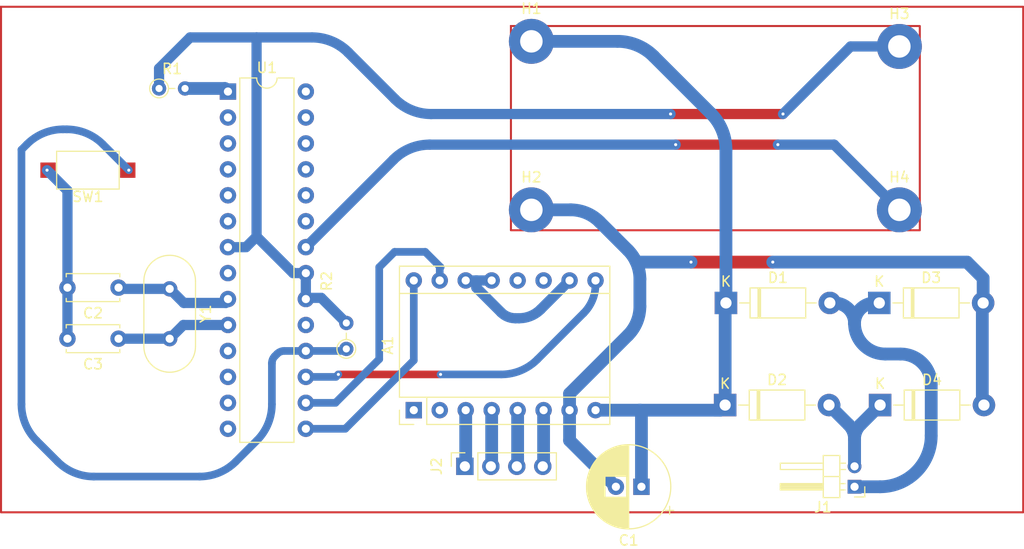
<source format=kicad_pcb>
(kicad_pcb (version 20240108) (generator "pcbnew") (generator_version "8.0")
  (layers (0 "F.Cu" signal) (31 "B.Cu" signal) (34 "B.Paste" user) (35 "F.Paste" user) (36 "B.SilkS" user "B.Silkscreen") (37 "F.SilkS" user "F.Silkscreen") (38 "B.Mask" user) (39 "F.Mask" user) (44 "Edge.Cuts" user))
  (net 0 "")
  (net 1 "VCC")
  (net 2 "/RESET")
  (net 3 "/BOTON")
  (net 9 "GND")
  (net 11 "/CRISTAL 1")
  (net 15 "/DIR")
  (net 17 "/ENABLE")
  (net 21 "/CRISTAL 2")
  (net 25 "/STEP")
  (net 26 "VCC_MOT")
  (net 30 "GND_MOT")
  (net 31 "AC_MOT")
  (net 32 "ACn_MOT")
  (net 33 "/MotA1")
  (net 34 "/MotA2")
  (net 35 "/MotB2")
  (net 36 "/MotB1")
  (footprint "Button_Switch_SMD:SW_SPST_CK_RS282G05A3" (layer "F.Cu") (at 109.5 112 180)
    (property "Reference" "SW1" (at 0 -2.6 360) (layer "F.SilkS"))
    (property "Value" "SW_Push")
    (fp_line (start 3.06 1.85) (end -3.06 1.85) (stroke (width 0.12)) (layer "F.SilkS"))
    (fp_line (start 3.06 -1.85) (end 3.06 1.85) (stroke (width 0.12)) (layer "F.SilkS"))
    (fp_line (start -3.06 1.85) (end -3.06 -1.85) (stroke (width 0.12)) (layer "F.SilkS"))
    (fp_line (start -3.06 -1.85) (end 3.06 -1.85) (stroke (width 0.12)) (layer "F.SilkS"))
    (pad "1" smd rect (at -3.9 0 180) (size 1.5 1.5) (layers "F.Cu" "F.Paste" "F.Mask") (net 3 "/BOTON"))
    (pad "2" smd rect (at 3.9 0 180) (size 1.5 1.5) (layers "F.Cu" "F.Paste" "F.Mask") (net 9 "GND"))
  )
  (footprint "Capacitor_THT:C_Disc_D5.0mm_W2.5mm_P5.00mm" (layer "F.Cu") (at 112.5 128.5 180)
    (property "Reference" "C3" (at 2.5 -2.5 360) (layer "F.SilkS"))
    (property "Value" "22pF")
    (fp_line (start 5.12 1.055) (end 5.12 1.37) (stroke (width 0.12)) (layer "F.SilkS"))
    (fp_line (start 5.12 -1.37) (end 5.12 -1.055) (stroke (width 0.12)) (layer "F.SilkS"))
    (fp_line (start -0.12 1.37) (end 5.12 1.37) (stroke (width 0.12)) (layer "F.SilkS"))
    (fp_line (start -0.12 1.055) (end -0.12 1.37) (stroke (width 0.12)) (layer "F.SilkS"))
    (fp_line (start -0.12 -1.37) (end 5.12 -1.37) (stroke (width 0.12)) (layer "F.SilkS"))
    (fp_line (start -0.12 -1.37) (end -0.12 -1.055) (stroke (width 0.12)) (layer "F.SilkS"))
    (pad "1" thru_hole circle (at 0 0 180) (size 1.6 1.6) (drill 0.8) (layers "*.Cu" "*.Mask") (net 21 "/CRISTAL 2"))
    (pad "2" thru_hole circle (at 5 0 180) (size 1.6 1.6) (drill 0.8) (layers "*.Cu" "*.Mask") (net 9 "GND"))
  )
  (footprint "Crystal:Crystal_HC49-4H_Vertical" (layer "F.Cu") (at 117.5 123.62 -90)
    (property "Reference" "Y1" (at 2.44 -3.525 90) (layer "F.SilkS"))
    (property "Value" "16MHz")
    (fp_line (start -0.76 2.525) (end 5.64 2.525) (stroke (width 0.12)) (layer "F.SilkS"))
    (fp_line (start -0.76 -2.525) (end 5.64 -2.525) (stroke (width 0.12)) (layer "F.SilkS"))
    (fp_arc (start -0.76 2.525) (mid -3.285 0) (end -0.76 -2.525) (stroke (width 0.12)) (layer "F.SilkS"))
    (fp_arc (start 5.64 -2.525) (mid 8.165 0) (end 5.64 2.525) (stroke (width 0.12)) (layer "F.SilkS"))
    (pad "1" thru_hole circle (at 0 0 270) (size 1.5 1.5) (drill 0.8) (layers "*.Cu" "*.Mask") (net 11 "/CRISTAL 1"))
    (pad "2" thru_hole circle (at 4.88 0 270) (size 1.5 1.5) (drill 0.8) (layers "*.Cu" "*.Mask") (net 21 "/CRISTAL 2"))
  )
  (footprint "Resistor_THT:R_Axial_DIN0204_L3.6mm_D1.6mm_P2.54mm_Vertical" (layer "F.Cu") (at 116.46 104)
    (property "Reference" "R1" (at 1.27 -1.92 0) (layer "F.SilkS"))
    (property "Value" "10K")
    (fp_line (start 0.92 0) (end 1.54 0) (stroke (width 0.12)) (layer "F.SilkS"))
    (fp_circle (center 0 0) (end 0.92 0) (stroke (width 0.12)) (fill none) (layer "F.SilkS"))
    (pad "1" thru_hole circle (at 0 0) (size 1.4 1.4) (drill 0.7) (layers "*.Cu" "*.Mask") (net 1 "VCC"))
    (pad "2" thru_hole oval (at 2.54 0) (size 1.4 1.4) (drill 0.7) (layers "*.Cu" "*.Mask") (net 2 "/RESET"))
  )
  (footprint "MountingHole:MountingHole_2.2mm_M2_Pad" (layer "F.Cu") (at 152.884466 99.384466)
    (property "Reference" "H1" (at 0 -3.2 360) (layer "F.SilkS"))
    (property "Value" "IN +")
    (pad "1" thru_hole circle (at 0 0) (size 4.4 4.4) (drill 2.2) (layers "*.Cu" "*.Mask") (net 26 "VCC_MOT"))
  )
  (footprint "Capacitor_THT:CP_Radial_D8.0mm_P2.50mm" (layer "F.Cu") (at 163.652651 143 180)
    (property "Reference" "C1" (at 1.25 -5.25 360) (layer "F.SilkS"))
    (property "Value" "470μF")
    (fp_line (start 5.331 -0.533) (end 5.331 0.533) (stroke (width 0.12)) (layer "F.SilkS"))
    (fp_line (start 5.291 -0.768) (end 5.291 0.768) (stroke (width 0.12)) (layer "F.SilkS"))
    (fp_line (start 5.251 -0.948) (end 5.251 0.948) (stroke (width 0.12)) (layer "F.SilkS"))
    (fp_line (start 5.211 -1.098) (end 5.211 1.098) (stroke (width 0.12)) (layer "F.SilkS"))
    (fp_line (start 5.171 -1.229) (end 5.171 1.229) (stroke (width 0.12)) (layer "F.SilkS"))
    (fp_line (start 5.131 -1.346) (end 5.131 1.346) (stroke (width 0.12)) (layer "F.SilkS"))
    (fp_line (start 5.091 -1.453) (end 5.091 1.453) (stroke (width 0.12)) (layer "F.SilkS"))
    (fp_line (start 5.051 -1.552) (end 5.051 1.552) (stroke (width 0.12)) (layer "F.SilkS"))
    (fp_line (start 5.011 -1.645) (end 5.011 1.645) (stroke (width 0.12)) (layer "F.SilkS"))
    (fp_line (start 4.971 -1.731) (end 4.971 1.731) (stroke (width 0.12)) (layer "F.SilkS"))
    (fp_line (start 4.931 -1.813) (end 4.931 1.813) (stroke (width 0.12)) (layer "F.SilkS"))
    (fp_line (start 4.891 -1.89) (end 4.891 1.89) (stroke (width 0.12)) (layer "F.SilkS"))
    (fp_line (start 4.851 -1.964) (end 4.851 1.964) (stroke (width 0.12)) (layer "F.SilkS"))
    (fp_line (start 4.811 -2.034) (end 4.811 2.034) (stroke (width 0.12)) (layer "F.SilkS"))
    (fp_line (start 4.771 -2.102) (end 4.771 2.102) (stroke (width 0.12)) (layer "F.SilkS"))
    (fp_line (start 4.731 -2.166) (end 4.731 2.166) (stroke (width 0.12)) (layer "F.SilkS"))
    (fp_line (start 4.691 -2.228) (end 4.691 2.228) (stroke (width 0.12)) (layer "F.SilkS"))
    (fp_line (start 4.651 -2.287) (end 4.651 2.287) (stroke (width 0.12)) (layer "F.SilkS"))
    (fp_line (start 4.611 -2.345) (end 4.611 2.345) (stroke (width 0.12)) (layer "F.SilkS"))
    (fp_line (start 4.571 -2.4) (end 4.571 2.4) (stroke (width 0.12)) (layer "F.SilkS"))
    (fp_line (start 4.531 -2.454) (end 4.531 2.454) (stroke (width 0.12)) (layer "F.SilkS"))
    (fp_line (start 4.491 -2.505) (end 4.491 2.505) (stroke (width 0.12)) (layer "F.SilkS"))
    (fp_line (start 4.451 -2.556) (end 4.451 2.556) (stroke (width 0.12)) (layer "F.SilkS"))
    (fp_line (start 4.411 -2.604) (end 4.411 2.604) (stroke (width 0.12)) (layer "F.SilkS"))
    (fp_line (start 4.371 -2.651) (end 4.371 2.651) (stroke (width 0.12)) (layer "F.SilkS"))
    (fp_line (start 4.331 -2.697) (end 4.331 2.697) (stroke (width 0.12)) (layer "F.SilkS"))
    (fp_line (start 4.291 -2.741) (end 4.291 2.741) (stroke (width 0.12)) (layer "F.SilkS"))
    (fp_line (start 4.251 -2.784) (end 4.251 2.784) (stroke (width 0.12)) (layer "F.SilkS"))
    (fp_line (start 4.211 -2.826) (end 4.211 2.826) (stroke (width 0.12)) (layer "F.SilkS"))
    (fp_line (start 4.171 -2.867) (end 4.171 2.867) (stroke (width 0.12)) (layer "F.SilkS"))
    (fp_line (start 4.131 -2.907) (end 4.131 2.907) (stroke (width 0.12)) (layer "F.SilkS"))
    (fp_line (start 4.091 -2.945) (end 4.091 2.945) (stroke (width 0.12)) (layer "F.SilkS"))
    (fp_line (start 4.051 -2.983) (end 4.051 2.983) (stroke (width 0.12)) (layer "F.SilkS"))
    (fp_line (start 4.011 -3.019) (end 4.011 3.019) (stroke (width 0.12)) (layer "F.SilkS"))
    (fp_line (start 3.971 -3.055) (end 3.971 3.055) (stroke (width 0.12)) (layer "F.SilkS"))
    (fp_line (start 3.931 -3.09) (end 3.931 3.09) (stroke (width 0.12)) (layer "F.SilkS"))
    (fp_line (start 3.891 -3.124) (end 3.891 3.124) (stroke (width 0.12)) (layer "F.SilkS"))
    (fp_line (start 3.851 -3.156) (end 3.851 3.156) (stroke (width 0.12)) (layer "F.SilkS"))
    (fp_line (start 3.811 -3.189) (end 3.811 3.189) (stroke (width 0.12)) (layer "F.SilkS"))
    (fp_line (start 3.771 -3.22) (end 3.771 3.22) (stroke (width 0.12)) (layer "F.SilkS"))
    (fp_line (start 3.731 -3.25) (end 3.731 3.25) (stroke (width 0.12)) (layer "F.SilkS"))
    (fp_line (start 3.691 -3.28) (end 3.691 3.28) (stroke (width 0.12)) (layer "F.SilkS"))
    (fp_line (start 3.651 -3.309) (end 3.651 3.309) (stroke (width 0.12)) (layer "F.SilkS"))
    (fp_line (start 3.611 -3.338) (end 3.611 3.338) (stroke (width 0.12)) (layer "F.SilkS"))
    (fp_line (start 3.571 -3.365) (end 3.571 3.365) (stroke (width 0.12)) (layer "F.SilkS"))
    (fp_line (start 3.531 1.04) (end 3.531 3.392) (stroke (width 0.12)) (layer "F.SilkS"))
    (fp_line (start 3.531 -3.392) (end 3.531 -1.04) (stroke (width 0.12)) (layer "F.SilkS"))
    (fp_line (start 3.491 1.04) (end 3.491 3.418) (stroke (width 0.12)) (layer "F.SilkS"))
    (fp_line (start 3.491 -3.418) (end 3.491 -1.04) (stroke (width 0.12)) (layer "F.SilkS"))
    (fp_line (start 3.451 1.04) (end 3.451 3.444) (stroke (width 0.12)) (layer "F.SilkS"))
    (fp_line (start 3.451 -3.444) (end 3.451 -1.04) (stroke (width 0.12)) (layer "F.SilkS"))
    (fp_line (start 3.411 1.04) (end 3.411 3.469) (stroke (width 0.12)) (layer "F.SilkS"))
    (fp_line (start 3.411 -3.469) (end 3.411 -1.04) (stroke (width 0.12)) (layer "F.SilkS"))
    (fp_line (start 3.371 1.04) (end 3.371 3.493) (stroke (width 0.12)) (layer "F.SilkS"))
    (fp_line (start 3.371 -3.493) (end 3.371 -1.04) (stroke (width 0.12)) (layer "F.SilkS"))
    (fp_line (start 3.331 1.04) (end 3.331 3.517) (stroke (width 0.12)) (layer "F.SilkS"))
    (fp_line (start 3.331 -3.517) (end 3.331 -1.04) (stroke (width 0.12)) (layer "F.SilkS"))
    (fp_line (start 3.291 1.04) (end 3.291 3.54) (stroke (width 0.12)) (layer "F.SilkS"))
    (fp_line (start 3.291 -3.54) (end 3.291 -1.04) (stroke (width 0.12)) (layer "F.SilkS"))
    (fp_line (start 3.251 1.04) (end 3.251 3.562) (stroke (width 0.12)) (layer "F.SilkS"))
    (fp_line (start 3.251 -3.562) (end 3.251 -1.04) (stroke (width 0.12)) (layer "F.SilkS"))
    (fp_line (start 3.211 1.04) (end 3.211 3.584) (stroke (width 0.12)) (layer "F.SilkS"))
    (fp_line (start 3.211 -3.584) (end 3.211 -1.04) (stroke (width 0.12)) (layer "F.SilkS"))
    (fp_line (start 3.171 1.04) (end 3.171 3.606) (stroke (width 0.12)) (layer "F.SilkS"))
    (fp_line (start 3.171 -3.606) (end 3.171 -1.04) (stroke (width 0.12)) (layer "F.SilkS"))
    (fp_line (start 3.131 1.04) (end 3.131 3.627) (stroke (width 0.12)) (layer "F.SilkS"))
    (fp_line (start 3.131 -3.627) (end 3.131 -1.04) (stroke (width 0.12)) (layer "F.SilkS"))
    (fp_line (start 3.091 1.04) (end 3.091 3.647) (stroke (width 0.12)) (layer "F.SilkS"))
    (fp_line (start 3.091 -3.647) (end 3.091 -1.04) (stroke (width 0.12)) (layer "F.SilkS"))
    (fp_line (start 3.051 1.04) (end 3.051 3.666) (stroke (width 0.12)) (layer "F.SilkS"))
    (fp_line (start 3.051 -3.666) (end 3.051 -1.04) (stroke (width 0.12)) (layer "F.SilkS"))
    (fp_line (start 3.011 1.04) (end 3.011 3.686) (stroke (width 0.12)) (layer "F.SilkS"))
    (fp_line (start 3.011 -3.686) (end 3.011 -1.04) (stroke (width 0.12)) (layer "F.SilkS"))
    (fp_line (start 2.971 1.04) (end 2.971 3.704) (stroke (width 0.12)) (layer "F.SilkS"))
    (fp_line (start 2.971 -3.704) (end 2.971 -1.04) (stroke (width 0.12)) (layer "F.SilkS"))
    (fp_line (start 2.931 1.04) (end 2.931 3.722) (stroke (width 0.12)) (layer "F.SilkS"))
    (fp_line (start 2.931 -3.722) (end 2.931 -1.04) (stroke (width 0.12)) (layer "F.SilkS"))
    (fp_line (start 2.891 1.04) (end 2.891 3.74) (stroke (width 0.12)) (layer "F.SilkS"))
    (fp_line (start 2.891 -3.74) (end 2.891 -1.04) (stroke (width 0.12)) (layer "F.SilkS"))
    (fp_line (start 2.851 1.04) (end 2.851 3.757) (stroke (width 0.12)) (layer "F.SilkS"))
    (fp_line (start 2.851 -3.757) (end 2.851 -1.04) (stroke (width 0.12)) (layer "F.SilkS"))
    (fp_line (start 2.811 1.04) (end 2.811 3.774) (stroke (width 0.12)) (layer "F.SilkS"))
    (fp_line (start 2.811 -3.774) (end 2.811 -1.04) (stroke (width 0.12)) (layer "F.SilkS"))
    (fp_line (start 2.771 1.04) (end 2.771 3.79) (stroke (width 0.12)) (layer "F.SilkS"))
    (fp_line (start 2.771 -3.79) (end 2.771 -1.04) (stroke (width 0.12)) (layer "F.SilkS"))
    (fp_line (start 2.731 1.04) (end 2.731 3.805) (stroke (width 0.12)) (layer "F.SilkS"))
    (fp_line (start 2.731 -3.805) (end 2.731 -1.04) (stroke (width 0.12)) (layer "F.SilkS"))
    (fp_line (start 2.691 1.04) (end 2.691 3.821) (stroke (width 0.12)) (layer "F.SilkS"))
    (fp_line (start 2.691 -3.821) (end 2.691 -1.04) (stroke (width 0.12)) (layer "F.SilkS"))
    (fp_line (start 2.651 1.04) (end 2.651 3.835) (stroke (width 0.12)) (layer "F.SilkS"))
    (fp_line (start 2.651 -3.835) (end 2.651 -1.04) (stroke (width 0.12)) (layer "F.SilkS"))
    (fp_line (start 2.611 1.04) (end 2.611 3.85) (stroke (width 0.12)) (layer "F.SilkS"))
    (fp_line (start 2.611 -3.85) (end 2.611 -1.04) (stroke (width 0.12)) (layer "F.SilkS"))
    (fp_line (start 2.571 1.04) (end 2.571 3.863) (stroke (width 0.12)) (layer "F.SilkS"))
    (fp_line (start 2.571 -3.863) (end 2.571 -1.04) (stroke (width 0.12)) (layer "F.SilkS"))
    (fp_line (start 2.531 1.04) (end 2.531 3.877) (stroke (width 0.12)) (layer "F.SilkS"))
    (fp_line (start 2.531 -3.877) (end 2.531 -1.04) (stroke (width 0.12)) (layer "F.SilkS"))
    (fp_line (start 2.491 1.04) (end 2.491 3.889) (stroke (width 0.12)) (layer "F.SilkS"))
    (fp_line (start 2.491 -3.889) (end 2.491 -1.04) (stroke (width 0.12)) (layer "F.SilkS"))
    (fp_line (start 2.451 1.04) (end 2.451 3.902) (stroke (width 0.12)) (layer "F.SilkS"))
    (fp_line (start 2.451 -3.902) (end 2.451 -1.04) (stroke (width 0.12)) (layer "F.SilkS"))
    (fp_line (start 2.411 1.04) (end 2.411 3.914) (stroke (width 0.12)) (layer "F.SilkS"))
    (fp_line (start 2.411 -3.914) (end 2.411 -1.04) (stroke (width 0.12)) (layer "F.SilkS"))
    (fp_line (start 2.371 1.04) (end 2.371 3.925) (stroke (width 0.12)) (layer "F.SilkS"))
    (fp_line (start 2.371 -3.925) (end 2.371 -1.04) (stroke (width 0.12)) (layer "F.SilkS"))
    (fp_line (start 2.331 1.04) (end 2.331 3.936) (stroke (width 0.12)) (layer "F.SilkS"))
    (fp_line (start 2.331 -3.936) (end 2.331 -1.04) (stroke (width 0.12)) (layer "F.SilkS"))
    (fp_line (start 2.291 1.04) (end 2.291 3.947) (stroke (width 0.12)) (layer "F.SilkS"))
    (fp_line (start 2.291 -3.947) (end 2.291 -1.04) (stroke (width 0.12)) (layer "F.SilkS"))
    (fp_line (start 2.251 1.04) (end 2.251 3.957) (stroke (width 0.12)) (layer "F.SilkS"))
    (fp_line (start 2.251 -3.957) (end 2.251 -1.04) (stroke (width 0.12)) (layer "F.SilkS"))
    (fp_line (start 2.211 1.04) (end 2.211 3.967) (stroke (width 0.12)) (layer "F.SilkS"))
    (fp_line (start 2.211 -3.967) (end 2.211 -1.04) (stroke (width 0.12)) (layer "F.SilkS"))
    (fp_line (start 2.171 1.04) (end 2.171 3.976) (stroke (width 0.12)) (layer "F.SilkS"))
    (fp_line (start 2.171 -3.976) (end 2.171 -1.04) (stroke (width 0.12)) (layer "F.SilkS"))
    (fp_line (start 2.131 1.04) (end 2.131 3.985) (stroke (width 0.12)) (layer "F.SilkS"))
    (fp_line (start 2.131 -3.985) (end 2.131 -1.04) (stroke (width 0.12)) (layer "F.SilkS"))
    (fp_line (start 2.091 1.04) (end 2.091 3.994) (stroke (width 0.12)) (layer "F.SilkS"))
    (fp_line (start 2.091 -3.994) (end 2.091 -1.04) (stroke (width 0.12)) (layer "F.SilkS"))
    (fp_line (start 2.051 1.04) (end 2.051 4.002) (stroke (width 0.12)) (layer "F.SilkS"))
    (fp_line (start 2.051 -4.002) (end 2.051 -1.04) (stroke (width 0.12)) (layer "F.SilkS"))
    (fp_line (start 2.011 1.04) (end 2.011 4.01) (stroke (width 0.12)) (layer "F.SilkS"))
    (fp_line (start 2.011 -4.01) (end 2.011 -1.04) (stroke (width 0.12)) (layer "F.SilkS"))
    (fp_line (start 1.971 1.04) (end 1.971 4.017) (stroke (width 0.12)) (layer "F.SilkS"))
    (fp_line (start 1.971 -4.017) (end 1.971 -1.04) (stroke (width 0.12)) (layer "F.SilkS"))
    (fp_line (start 1.93 1.04) (end 1.93 4.024) (stroke (width 0.12)) (layer "F.SilkS"))
    (fp_line (start 1.93 -4.024) (end 1.93 -1.04) (stroke (width 0.12)) (layer "F.SilkS"))
    (fp_line (start 1.89 1.04) (end 1.89 4.03) (stroke (width 0.12)) (layer "F.SilkS"))
    (fp_line (start 1.89 -4.03) (end 1.89 -1.04) (stroke (width 0.12)) (layer "F.SilkS"))
    (fp_line (start 1.85 1.04) (end 1.85 4.037) (stroke (width 0.12)) (layer "F.SilkS"))
    (fp_line (start 1.85 -4.037) (end 1.85 -1.04) (stroke (width 0.12)) (layer "F.SilkS"))
    (fp_line (start 1.81 1.04) (end 1.81 4.042) (stroke (width 0.12)) (layer "F.SilkS"))
    (fp_line (start 1.81 -4.042) (end 1.81 -1.04) (stroke (width 0.12)) (layer "F.SilkS"))
    (fp_line (start 1.77 1.04) (end 1.77 4.048) (stroke (width 0.12)) (layer "F.SilkS"))
    (fp_line (start 1.77 -4.048) (end 1.77 -1.04) (stroke (width 0.12)) (layer "F.SilkS"))
    (fp_line (start 1.73 1.04) (end 1.73 4.052) (stroke (width 0.12)) (layer "F.SilkS"))
    (fp_line (start 1.73 -4.052) (end 1.73 -1.04) (stroke (width 0.12)) (layer "F.SilkS"))
    (fp_line (start 1.69 1.04) (end 1.69 4.057) (stroke (width 0.12)) (layer "F.SilkS"))
    (fp_line (start 1.69 -4.057) (end 1.69 -1.04) (stroke (width 0.12)) (layer "F.SilkS"))
    (fp_line (start 1.65 1.04) (end 1.65 4.061) (stroke (width 0.12)) (layer "F.SilkS"))
    (fp_line (start 1.65 -4.061) (end 1.65 -1.04) (stroke (width 0.12)) (layer "F.SilkS"))
    (fp_line (start 1.61 1.04) (end 1.61 4.065) (stroke (width 0.12)) (layer "F.SilkS"))
    (fp_line (start 1.61 -4.065) (end 1.61 -1.04) (stroke (width 0.12)) (layer "F.SilkS"))
    (fp_line (start 1.57 1.04) (end 1.57 4.068) (stroke (width 0.12)) (layer "F.SilkS"))
    (fp_line (start 1.57 -4.068) (end 1.57 -1.04) (stroke (width 0.12)) (layer "F.SilkS"))
    (fp_line (start 1.53 1.04) (end 1.53 4.071) (stroke (width 0.12)) (layer "F.SilkS"))
    (fp_line (start 1.53 -4.071) (end 1.53 -1.04) (stroke (width 0.12)) (layer "F.SilkS"))
    (fp_line (start 1.49 1.04) (end 1.49 4.074) (stroke (width 0.12)) (layer "F.SilkS"))
    (fp_line (start 1.49 -4.074) (end 1.49 -1.04) (stroke (width 0.12)) (layer "F.SilkS"))
    (fp_line (start 1.45 -4.076) (end 1.45 4.076) (stroke (width 0.12)) (layer "F.SilkS"))
    (fp_line (start 1.41 -4.077) (end 1.41 4.077) (stroke (width 0.12)) (layer "F.SilkS"))
    (fp_line (start 1.37 -4.079) (end 1.37 4.079) (stroke (width 0.12)) (layer "F.SilkS"))
    (fp_line (start 1.33 -4.08) (end 1.33 4.08) (stroke (width 0.12)) (layer "F.SilkS"))
    (fp_line (start 1.29 -4.08) (end 1.29 4.08) (stroke (width 0.12)) (layer "F.SilkS"))
    (fp_line (start 1.25 -4.08) (end 1.25 4.08) (stroke (width 0.12)) (layer "F.SilkS"))
    (fp_line (start -2.759698 -2.715) (end -2.759698 -1.915) (stroke (width 0.12)) (layer "F.SilkS"))
    (fp_line (start -3.159698 -2.315) (end -2.359698 -2.315) (stroke (width 0.12)) (layer "F.SilkS"))
    (fp_circle (center 1.25 0) (end 5.37 0) (stroke (width 0.12)) (fill none) (layer "F.SilkS"))
    (pad "1" thru_hole rect (at 0 0 180) (size 1.6 1.6) (drill 0.8) (layers "*.Cu" "*.Mask") (net 26 "VCC_MOT"))
    (pad "2" thru_hole circle (at 2.5 0 180) (size 1.6 1.6) (drill 0.8) (layers "*.Cu" "*.Mask") (net 30 "GND_MOT"))
  )
  (footprint "Connector_PinSocket_2.54mm:PinSocket_1x04_P2.54mm_Vertical" (layer "F.Cu") (at 146.38 141 90)
    (property "Reference" "J2" (at 0 -2.77 90) (layer "F.SilkS"))
    (property "Value" "Motor")
    (fp_line (start 1.33 -1.33) (end 1.33 0) (stroke (width 0.12)) (layer "F.SilkS"))
    (fp_line (start 0 -1.33) (end 1.33 -1.33) (stroke (width 0.12)) (layer "F.SilkS"))
    (fp_line (start 1.33 1.27) (end 1.33 8.95) (stroke (width 0.12)) (layer "F.SilkS"))
    (fp_line (start -1.33 1.27) (end 1.33 1.27) (stroke (width 0.12)) (layer "F.SilkS"))
    (fp_line (start -1.33 1.27) (end -1.33 8.95) (stroke (width 0.12)) (layer "F.SilkS"))
    (fp_line (start -1.33 8.95) (end 1.33 8.95) (stroke (width 0.12)) (layer "F.SilkS"))
    (pad "1" thru_hole rect (at 0 0 90) (size 1.7 1.7) (drill 1) (layers "*.Cu" "*.Mask") (net 34 "/MotA2"))
    (pad "2" thru_hole oval (at 0 2.54 90) (size 1.7 1.7) (drill 1) (layers "*.Cu" "*.Mask") (net 33 "/MotA1"))
    (pad "3" thru_hole oval (at 0 5.08 90) (size 1.7 1.7) (drill 1) (layers "*.Cu" "*.Mask") (net 36 "/MotB1"))
    (pad "4" thru_hole oval (at 0 7.62 90) (size 1.7 1.7) (drill 1) (layers "*.Cu" "*.Mask") (net 35 "/MotB2"))
  )
  (footprint "MountingHole:MountingHole_2.2mm_M2_Pad" (layer "F.Cu") (at 188.884466 99.884466)
    (property "Reference" "H3" (at 0 -3.2 360) (layer "F.SilkS"))
    (property "Value" "OUT +")
    (pad "1" thru_hole circle (at 0 0) (size 4.4 4.4) (drill 2.2) (layers "*.Cu" "*.Mask") (net 1 "VCC"))
  )
  (footprint "Capacitor_THT:C_Disc_D5.0mm_W2.5mm_P5.00mm" (layer "F.Cu") (at 112.5 123.5 180)
    (property "Reference" "C2" (at 2.5 -2.5 0) (layer "F.SilkS"))
    (property "Value" "22pF")
    (fp_line (start 5.12 1.055) (end 5.12 1.37) (stroke (width 0.12)) (layer "F.SilkS"))
    (fp_line (start 5.12 -1.37) (end 5.12 -1.055) (stroke (width 0.12)) (layer "F.SilkS"))
    (fp_line (start -0.12 1.37) (end 5.12 1.37) (stroke (width 0.12)) (layer "F.SilkS"))
    (fp_line (start -0.12 1.055) (end -0.12 1.37) (stroke (width 0.12)) (layer "F.SilkS"))
    (fp_line (start -0.12 -1.37) (end 5.12 -1.37) (stroke (width 0.12)) (layer "F.SilkS"))
    (fp_line (start -0.12 -1.37) (end -0.12 -1.055) (stroke (width 0.12)) (layer "F.SilkS"))
    (pad "1" thru_hole circle (at 0 0 180) (size 1.6 1.6) (drill 0.8) (layers "*.Cu" "*.Mask") (net 11 "/CRISTAL 1"))
    (pad "2" thru_hole circle (at 5 0 180) (size 1.6 1.6) (drill 0.8) (layers "*.Cu" "*.Mask") (net 9 "GND"))
  )
  (footprint "Module:Pololu_Breakout-16_15.2x20.3mm" (layer "F.Cu") (at 141.38 135.5 90)
    (property "Reference" "A1" (at 6.35 -2.54 90) (layer "F.SilkS"))
    (property "Value" "Pololu_Breakout_DRV8825")
    (fp_line (start 14.1 -1.4) (end 1.27 -1.4) (stroke (width 0.12)) (layer "F.SilkS"))
    (fp_line (start 11.43 -1.4) (end 11.43 19.18) (stroke (width 0.12)) (layer "F.SilkS"))
    (fp_line (start 1.27 -1.4) (end 1.27 1.27) (stroke (width 0.12)) (layer "F.SilkS"))
    (fp_line (start 0 -1.4) (end -1.4 -1.4) (stroke (width 0.12)) (layer "F.SilkS"))
    (fp_line (start -1.4 -1.4) (end -1.4 0) (stroke (width 0.12)) (layer "F.SilkS"))
    (fp_line (start 1.27 1.27) (end -1.4 1.27) (stroke (width 0.12)) (layer "F.SilkS"))
    (fp_line (start 1.27 1.27) (end 1.27 19.18) (stroke (width 0.12)) (layer "F.SilkS"))
    (fp_line (start -1.4 1.27) (end -1.4 19.18) (stroke (width 0.12)) (layer "F.SilkS"))
    (fp_line (start 14.1 19.18) (end 14.1 -1.4) (stroke (width 0.12)) (layer "F.SilkS"))
    (fp_line (start -1.4 19.18) (end 14.1 19.18) (stroke (width 0.12)) (layer "F.SilkS"))
    (pad "1" thru_hole rect (at 0 0 90) (size 1.6 1.6) (drill 0.8) (layers "*.Cu" "*.Mask") (net 9 "GND"))
    (pad "2" thru_hole oval (at 0 2.54 90) (size 1.6 1.6) (drill 0.8) (layers "*.Cu" "*.Mask"))
    (pad "3" thru_hole oval (at 0 5.08 90) (size 1.6 1.6) (drill 0.8) (layers "*.Cu" "*.Mask") (net 34 "/MotA2"))
    (pad "4" thru_hole oval (at 0 7.62 90) (size 1.6 1.6) (drill 0.8) (layers "*.Cu" "*.Mask") (net 33 "/MotA1"))
    (pad "5" thru_hole oval (at 0 10.16 90) (size 1.6 1.6) (drill 0.8) (layers "*.Cu" "*.Mask") (net 36 "/MotB1"))
    (pad "6" thru_hole oval (at 0 12.7 90) (size 1.6 1.6) (drill 0.8) (layers "*.Cu" "*.Mask") (net 35 "/MotB2"))
    (pad "7" thru_hole oval (at 0 15.24 90) (size 1.6 1.6) (drill 0.8) (layers "*.Cu" "*.Mask") (net 30 "GND_MOT"))
    (pad "8" thru_hole oval (at 0 17.78 90) (size 1.6 1.6) (drill 0.8) (layers "*.Cu" "*.Mask") (net 26 "VCC_MOT"))
    (pad "9" thru_hole oval (at 12.7 17.78 90) (size 1.6 1.6) (drill 0.8) (layers "*.Cu" "*.Mask") (net 17 "/ENABLE"))
    (pad "10" thru_hole oval (at 12.7 15.24 90) (size 1.6 1.6) (drill 0.8) (layers "*.Cu" "*.Mask") (net 1 "VCC"))
    (pad "11" thru_hole oval (at 12.7 12.7 90) (size 1.6 1.6) (drill 0.8) (layers "*.Cu" "*.Mask"))
    (pad "12" thru_hole oval (at 12.7 10.16 90) (size 1.6 1.6) (drill 0.8) (layers "*.Cu" "*.Mask"))
    (pad "13" thru_hole oval (at 12.7 7.62 90) (size 1.6 1.6) (drill 0.8) (layers "*.Cu" "*.Mask") (net 1 "VCC"))
    (pad "14" thru_hole oval (at 12.7 5.08 90) (size 1.6 1.6) (drill 0.8) (layers "*.Cu" "*.Mask") (net 1 "VCC"))
    (pad "15" thru_hole oval (at 12.7 2.54 90) (size 1.6 1.6) (drill 0.8) (layers "*.Cu" "*.Mask") (net 25 "/STEP"))
    (pad "16" thru_hole oval (at 12.7 0 90) (size 1.6 1.6) (drill 0.8) (layers "*.Cu" "*.Mask") (net 15 "/DIR"))
  )
  (footprint "Diode_THT:D_DO-41_SOD81_P10.16mm_Horizontal" (layer "F.Cu") (at 171.84 135)
    (property "Reference" "D2" (at 5.08 -2.47 0) (layer "F.SilkS"))
    (property "Value" "1N4007")
    (fp_line (start 1.34 0) (end 2.36 0) (stroke (width 0.12)) (layer "F.SilkS"))
    (fp_line (start 2.36 -1.47) (end 2.36 1.47) (stroke (width 0.12)) (layer "F.SilkS"))
    (fp_line (start 2.36 1.47) (end 7.8 1.47) (stroke (width 0.12)) (layer "F.SilkS"))
    (fp_line (start 3.14 -1.47) (end 3.14 1.47) (stroke (width 0.12)) (layer "F.SilkS"))
    (fp_line (start 3.26 -1.47) (end 3.26 1.47) (stroke (width 0.12)) (layer "F.SilkS"))
    (fp_line (start 3.38 -1.47) (end 3.38 1.47) (stroke (width 0.12)) (layer "F.SilkS"))
    (fp_line (start 7.8 -1.47) (end 2.36 -1.47) (stroke (width 0.12)) (layer "F.SilkS"))
    (fp_line (start 7.8 1.47) (end 7.8 -1.47) (stroke (width 0.12)) (layer "F.SilkS"))
    (fp_line (start 8.82 0) (end 7.8 0) (stroke (width 0.12)) (layer "F.SilkS"))
    (fp_text user "K" (at 0 -2.1 0) (layer "F.SilkS"))
    (pad "1" thru_hole rect (at 0 0) (size 2.2 2.2) (drill 1.1) (layers "*.Cu" "*.Mask"))
    (pad "2" thru_hole oval (at 10.16 0) (size 2.2 2.2) (drill 1.1) (layers "*.Cu" "*.Mask") (net 32 "ACn_MOT"))
  )
  (footprint "Package_DIP:DIP-28_W7.62mm" (layer "F.Cu") (at 123.2 104.3)
    (property "Reference" "U1" (at 3.81 -2.33 0) (layer "F.SilkS"))
    (property "Value" "ATmega328P-P")
    (fp_line (start 1.16 -1.33) (end 1.16 34.35) (stroke (width 0.12)) (layer "F.SilkS"))
    (fp_line (start 1.16 34.35) (end 6.46 34.35) (stroke (width 0.12)) (layer "F.SilkS"))
    (fp_line (start 2.81 -1.33) (end 1.16 -1.33) (stroke (width 0.12)) (layer "F.SilkS"))
    (fp_line (start 6.46 -1.33) (end 4.81 -1.33) (stroke (width 0.12)) (layer "F.SilkS"))
    (fp_line (start 6.46 34.35) (end 6.46 -1.33) (stroke (width 0.12)) (layer "F.SilkS"))
    (fp_arc (start 4.81 -1.33) (mid 3.81 -0.33) (end 2.81 -1.33) (stroke (width 0.12)) (layer "F.SilkS"))
    (pad "1" thru_hole rect (at 0 0) (size 1.6 1.6) (drill 0.8) (layers "*.Cu" "*.Mask") (net 2 "/RESET"))
    (pad "2" thru_hole oval (at 0 2.54) (size 1.6 1.6) (drill 0.8) (layers "*.Cu" "*.Mask"))
    (pad "3" thru_hole oval (at 0 5.08) (size 1.6 1.6) (drill 0.8) (layers "*.Cu" "*.Mask"))
    (pad "4" thru_hole oval (at 0 7.62) (size 1.6 1.6) (drill 0.8) (layers "*.Cu" "*.Mask"))
    (pad "5" thru_hole oval (at 0 10.16) (size 1.6 1.6) (drill 0.8) (layers "*.Cu" "*.Mask"))
    (pad "6" thru_hole oval (at 0 12.7) (size 1.6 1.6) (drill 0.8) (layers "*.Cu" "*.Mask"))
    (pad "7" thru_hole oval (at 0 15.24) (size 1.6 1.6) (drill 0.8) (layers "*.Cu" "*.Mask") (net 1 "VCC"))
    (pad "8" thru_hole oval (at 0 17.78) (size 1.6 1.6) (drill 0.8) (layers "*.Cu" "*.Mask") (net 9 "GND"))
    (pad "9" thru_hole oval (at 0 20.32) (size 1.6 1.6) (drill 0.8) (layers "*.Cu" "*.Mask") (net 11 "/CRISTAL 1"))
    (pad "10" thru_hole oval (at 0 22.86) (size 1.6 1.6) (drill 0.8) (layers "*.Cu" "*.Mask") (net 21 "/CRISTAL 2"))
    (pad "11" thru_hole oval (at 0 25.4) (size 1.6 1.6) (drill 0.8) (layers "*.Cu" "*.Mask"))
    (pad "12" thru_hole oval (at 0 27.94) (size 1.6 1.6) (drill 0.8) (layers "*.Cu" "*.Mask"))
    (pad "13" thru_hole oval (at 0 30.48) (size 1.6 1.6) (drill 0.8) (layers "*.Cu" "*.Mask"))
    (pad "14" thru_hole oval (at 0 33.02) (size 1.6 1.6) (drill 0.8) (layers "*.Cu" "*.Mask"))
    (pad "15" thru_hole oval (at 7.62 33.02) (size 1.6 1.6) (drill 0.8) (layers "*.Cu" "*.Mask") (net 15 "/DIR"))
    (pad "16" thru_hole oval (at 7.62 30.48) (size 1.6 1.6) (drill 0.8) (layers "*.Cu" "*.Mask") (net 25 "/STEP"))
    (pad "17" thru_hole oval (at 7.62 27.94) (size 1.6 1.6) (drill 0.8) (layers "*.Cu" "*.Mask") (net 17 "/ENABLE"))
    (pad "18" thru_hole oval (at 7.62 25.4) (size 1.6 1.6) (drill 0.8) (layers "*.Cu" "*.Mask") (net 3 "/BOTON"))
    (pad "19" thru_hole oval (at 7.62 22.86) (size 1.6 1.6) (drill 0.8) (layers "*.Cu" "*.Mask"))
    (pad "20" thru_hole oval (at 7.62 20.32) (size 1.6 1.6) (drill 0.8) (layers "*.Cu" "*.Mask") (net 1 "VCC"))
    (pad "21" thru_hole oval (at 7.62 17.78) (size 1.6 1.6) (drill 0.8) (layers "*.Cu" "*.Mask") (net 1 "VCC"))
    (pad "22" thru_hole oval (at 7.62 15.24) (size 1.6 1.6) (drill 0.8) (layers "*.Cu" "*.Mask") (net 9 "GND"))
    (pad "23" thru_hole oval (at 7.62 12.7) (size 1.6 1.6) (drill 0.8) (layers "*.Cu" "*.Mask"))
    (pad "24" thru_hole oval (at 7.62 10.16) (size 1.6 1.6) (drill 0.8) (layers "*.Cu" "*.Mask"))
    (pad "25" thru_hole oval (at 7.62 7.62) (size 1.6 1.6) (drill 0.8) (layers "*.Cu" "*.Mask"))
    (pad "26" thru_hole oval (at 7.62 5.08) (size 1.6 1.6) (drill 0.8) (layers "*.Cu" "*.Mask"))
    (pad "27" thru_hole oval (at 7.62 2.54) (size 1.6 1.6) (drill 0.8) (layers "*.Cu" "*.Mask"))
    (pad "28" thru_hole oval (at 7.62 0) (size 1.6 1.6) (drill 0.8) (layers "*.Cu" "*.Mask"))
  )
  (footprint "Resistor_THT:R_Axial_DIN0204_L3.6mm_D1.6mm_P2.54mm_Vertical" (layer "F.Cu") (at 134.78 129.5 90)
    (property "Reference" "R2" (at 6.63 -1.92 90) (layer "F.SilkS"))
    (property "Value" "10K")
    (fp_line (start 0.92 0) (end 1.54 0) (stroke (width 0.12)) (layer "F.SilkS"))
    (fp_circle (center 0 0) (end 0.92 0) (stroke (width 0.12)) (fill none) (layer "F.SilkS"))
    (pad "1" thru_hole circle (at 0 0 90) (size 1.4 1.4) (drill 0.7) (layers "*.Cu" "*.Mask") (net 3 "/BOTON"))
    (pad "2" thru_hole oval (at 2.54 0 90) (size 1.4 1.4) (drill 0.7) (layers "*.Cu" "*.Mask") (net 1 "VCC"))
  )
  (footprint "MountingHole:MountingHole_2.2mm_M2_Pad" (layer "F.Cu") (at 152.884466 115.884466)
    (property "Reference" "H2" (at 0 -3.2 360) (layer "F.SilkS"))
    (property "Value" "IN -")
    (pad "1" thru_hole circle (at 0 0) (size 4.4 4.4) (drill 2.2) (layers "*.Cu" "*.Mask") (net 30 "GND_MOT"))
  )
  (footprint "Diode_THT:D_DO-41_SOD81_P10.16mm_Horizontal" (layer "F.Cu") (at 171.92 125)
    (property "Reference" "D1" (at 5.08 -2.47 0) (layer "F.SilkS"))
    (property "Value" "1N4007")
    (fp_line (start 1.34 0) (end 2.36 0) (stroke (width 0.12)) (layer "F.SilkS"))
    (fp_line (start 2.36 -1.47) (end 2.36 1.47) (stroke (width 0.12)) (layer "F.SilkS"))
    (fp_line (start 2.36 1.47) (end 7.8 1.47) (stroke (width 0.12)) (layer "F.SilkS"))
    (fp_line (start 3.14 -1.47) (end 3.14 1.47) (stroke (width 0.12)) (layer "F.SilkS"))
    (fp_line (start 3.26 -1.47) (end 3.26 1.47) (stroke (width 0.12)) (layer "F.SilkS"))
    (fp_line (start 3.38 -1.47) (end 3.38 1.47) (stroke (width 0.12)) (layer "F.SilkS"))
    (fp_line (start 7.8 -1.47) (end 2.36 -1.47) (stroke (width 0.12)) (layer "F.SilkS"))
    (fp_line (start 7.8 1.47) (end 7.8 -1.47) (stroke (width 0.12)) (layer "F.SilkS"))
    (fp_line (start 8.82 0) (end 7.8 0) (stroke (width 0.12)) (layer "F.SilkS"))
    (fp_text user "K" (at 0 -2.1 0) (layer "F.SilkS"))
    (pad "1" thru_hole rect (at 0 0) (size 2.2 2.2) (drill 1.1) (layers "*.Cu" "*.Mask") (net 26 "VCC_MOT"))
    (pad "2" thru_hole oval (at 10.16 0) (size 2.2 2.2) (drill 1.1) (layers "*.Cu" "*.Mask") (net 31 "AC_MOT"))
  )
  (footprint "Diode_THT:D_DO-41_SOD81_P10.16mm_Horizontal" (layer "F.Cu") (at 186.92 125)
    (property "Reference" "D3" (at 5.08 -2.47 0) (layer "F.SilkS"))
    (property "Value" "1N4007")
    (fp_line (start 1.34 0) (end 2.36 0) (stroke (width 0.12)) (layer "F.SilkS"))
    (fp_line (start 2.36 -1.47) (end 2.36 1.47) (stroke (width 0.12)) (layer "F.SilkS"))
    (fp_line (start 2.36 1.47) (end 7.8 1.47) (stroke (width 0.12)) (layer "F.SilkS"))
    (fp_line (start 3.14 -1.47) (end 3.14 1.47) (stroke (width 0.12)) (layer "F.SilkS"))
    (fp_line (start 3.26 -1.47) (end 3.26 1.47) (stroke (width 0.12)) (layer "F.SilkS"))
    (fp_line (start 3.38 -1.47) (end 3.38 1.47) (stroke (width 0.12)) (layer "F.SilkS"))
    (fp_line (start 7.8 -1.47) (end 2.36 -1.47) (stroke (width 0.12)) (layer "F.SilkS"))
    (fp_line (start 7.8 1.47) (end 7.8 -1.47) (stroke (width 0.12)) (layer "F.SilkS"))
    (fp_line (start 8.82 0) (end 7.8 0) (stroke (width 0.12)) (layer "F.SilkS"))
    (fp_text user "K" (at 0 -2.1 0) (layer "F.SilkS"))
    (pad "1" thru_hole rect (at 0 0) (size 2.2 2.2) (drill 1.1) (layers "*.Cu" "*.Mask") (net 31 "AC_MOT"))
    (pad "2" thru_hole oval (at 10.16 0) (size 2.2 2.2) (drill 1.1) (layers "*.Cu" "*.Mask") (net 30 "GND_MOT"))
  )
  (footprint "Diode_THT:D_DO-41_SOD81_P10.16mm_Horizontal" (layer "F.Cu") (at 187 135)
    (property "Reference" "D4" (at 5.08 -2.47 0) (layer "F.SilkS"))
    (property "Value" "1N4007")
    (fp_line (start 1.34 0) (end 2.36 0) (stroke (width 0.12)) (layer "F.SilkS"))
    (fp_line (start 2.36 -1.47) (end 2.36 1.47) (stroke (width 0.12)) (layer "F.SilkS"))
    (fp_line (start 2.36 1.47) (end 7.8 1.47) (stroke (width 0.12)) (layer "F.SilkS"))
    (fp_line (start 3.14 -1.47) (end 3.14 1.47) (stroke (width 0.12)) (layer "F.SilkS"))
    (fp_line (start 3.26 -1.47) (end 3.26 1.47) (stroke (width 0.12)) (layer "F.SilkS"))
    (fp_line (start 3.38 -1.47) (end 3.38 1.47) (stroke (width 0.12)) (layer "F.SilkS"))
    (fp_line (start 7.8 -1.47) (end 2.36 -1.47) (stroke (width 0.12)) (layer "F.SilkS"))
    (fp_line (start 7.8 1.47) (end 7.8 -1.47) (stroke (width 0.12)) (layer "F.SilkS"))
    (fp_line (start 8.82 0) (end 7.8 0) (stroke (width 0.12)) (layer "F.SilkS"))
    (fp_text user "K" (at 0 -2.1 0) (layer "F.SilkS"))
    (pad "1" thru_hole rect (at 0 0) (size 2.2 2.2) (drill 1.1) (layers "*.Cu" "*.Mask") (net 32 "ACn_MOT"))
    (pad "2" thru_hole oval (at 10.16 0) (size 2.2 2.2) (drill 1.1) (layers "*.Cu" "*.Mask"))
  )
  (footprint "Connector_PinHeader_2.00mm:PinHeader_1x02_P2.00mm_Horizontal" (layer "F.Cu") (at 184.5 143 180)
    (property "Reference" "J1" (at 3.1 -2 0) (layer "F.SilkS"))
    (property "Value" "AC 24V")
    (fp_line (start 7.26 2.31) (end 3.06 2.31) (stroke (width 0.12)) (layer "F.SilkS"))
    (fp_line (start 7.26 1.69) (end 7.26 2.31) (stroke (width 0.12)) (layer "F.SilkS"))
    (fp_line (start 7.26 0.31) (end 3.06 0.31) (stroke (width 0.12)) (layer "F.SilkS"))
    (fp_line (start 7.26 -0.31) (end 7.26 0.31) (stroke (width 0.12)) (layer "F.SilkS"))
    (fp_line (start 3.06 3.06) (end 3.06 -1.06) (stroke (width 0.12)) (layer "F.SilkS"))
    (fp_line (start 3.06 1.69) (end 7.26 1.69) (stroke (width 0.12)) (layer "F.SilkS"))
    (fp_line (start 3.06 0.23) (end 7.26 0.23) (stroke (width 0.12)) (layer "F.SilkS"))
    (fp_line (start 3.06 0.11) (end 7.26 0.11) (stroke (width 0.12)) (layer "F.SilkS"))
    (fp_line (start 3.06 -0.01) (end 7.26 -0.01) (stroke (width 0.12)) (layer "F.SilkS"))
    (fp_line (start 3.06 -0.13) (end 7.26 -0.13) (stroke (width 0.12)) (layer "F.SilkS"))
    (fp_line (start 3.06 -0.25) (end 7.26 -0.25) (stroke (width 0.12)) (layer "F.SilkS"))
    (fp_line (start 3.06 -0.31) (end 7.26 -0.31) (stroke (width 0.12)) (layer "F.SilkS"))
    (fp_line (start 3.06 -1.06) (end 1.44 -1.06) (stroke (width 0.12)) (layer "F.SilkS"))
    (fp_line (start 1.44 3.06) (end 3.06 3.06) (stroke (width 0.12)) (layer "F.SilkS"))
    (fp_line (start 1.44 1) (end 3.06 1) (stroke (width 0.12)) (layer "F.SilkS"))
    (fp_line (start 1.44 -1.06) (end 1.44 3.06) (stroke (width 0.12)) (layer "F.SilkS"))
    (fp_line (start 0.935 0.31) (end 1.44 0.31) (stroke (width 0.12)) (layer "F.SilkS"))
    (fp_line (start 0.935 -0.31) (end 1.44 -0.31) (stroke (width 0.12)) (layer "F.SilkS"))
    (fp_line (start 0.882114 2.31) (end 1.44 2.31) (stroke (width 0.12)) (layer "F.SilkS"))
    (fp_line (start 0.882114 1.69) (end 1.44 1.69) (stroke (width 0.12)) (layer "F.SilkS"))
    (fp_line (start -1 0) (end -1 -1) (stroke (width 0.12)) (layer "F.SilkS"))
    (fp_line (start -1 -1) (end 0 -1) (stroke (width 0.12)) (layer "F.SilkS"))
    (pad "1" thru_hole rect (at 0 0 180) (size 1.35 1.35) (drill 0.8) (layers "*.Cu" "*.Mask") (net 31 "AC_MOT"))
    (pad "2" thru_hole oval (at 0 2 180) (size 1.35 1.35) (drill 0.8) (layers "*.Cu" "*.Mask") (net 32 "ACn_MOT"))
  )
  (footprint "MountingHole:MountingHole_2.2mm_M2_Pad" (layer "F.Cu") (at 188.884466 115.884466)
    (property "Reference" "H4" (at 0 -3.2 360) (layer "F.SilkS"))
    (property "Value" "OUT -")
    (pad "1" thru_hole circle (at 0 0) (size 4.4 4.4) (drill 2.2) (layers "*.Cu" "*.Mask") (net 9 "GND"))
  )
  (gr_rect (start 101 96) (end 201 145.5) (stroke (width 0.2)) (fill none) (layer "F.Cu"))
  (gr_rect (start 150.884466 97.884466) (end 190.884466 117.884466) (stroke (width 0.2)) (fill none) (layer "F.Cu"))
  (segment (start 177.5 106.5) (end 166.5 106.5) (width 1) (layer "F.Cu") (net 1))
  (via (at 166.5 106.5) (size 0.6) (drill 0.3) (layers "F.Cu" "B.Cu") (net 1))
  (via (at 177.5 106.5) (size 0.6) (drill 0.3) (layers "F.Cu" "B.Cu") (net 1))
  (segment (start 147.5 122.8) (end 146.46 122.8) (width 1) (layer "B.Cu") (net 1))
  (segment (start 130.82 122.08) (end 130.82 124.62) (width 1) (layer "B.Cu") (net 1))
  (segment (start 147.5 123.5) (end 147.5 122.8) (width 1) (layer "B.Cu") (net 1))
  (segment (start 131.428932 99) (end 126 99) (width 1) (layer "B.Cu") (net 1))
  (segment (start 130.94 124.5) (end 130.82 124.62) (width 1) (layer "B.Cu") (net 1))
  (segment (start 151.677359 126.5) (end 151.328427 126.5) (width 1) (layer "B.Cu") (net 1))
  (segment (start 129.58 122.08) (end 126 118.5) (width 1) (layer "B.Cu") (net 1))
  (segment (start 124.96 119.54) (end 123.2 119.54) (width 1) (layer "B.Cu") (net 1))
  (segment (start 188.884466 99.884466) (end 184.115534 99.884466) (width 1) (layer "B.Cu") (net 1))
  (segment (start 149.914213 125.914213) (end 147.5 123.5) (width 1) (layer "B.Cu") (net 1))
  (segment (start 126 99) (end 126 118.5) (width 1) (layer "B.Cu") (net 1))
  (segment (start 130.82 122.08) (end 129.58 122.08) (width 1) (layer "B.Cu") (net 1))
  (segment (start 126 99) (end 119.5 99) (width 1) (layer "B.Cu") (net 1))
  (segment (start 156.62 122.8) (end 153.798679 125.621321) (width 1) (layer "B.Cu") (net 1))
  (segment (start 134.78 126.96) (end 132.32 124.5) (width 1) (layer "B.Cu") (net 1))
  (segment (start 132.32 124.5) (end 130.94 124.5) (width 1) (layer "B.Cu") (net 1))
  (segment (start 116.46 102.04) (end 116.46 104) (width 1) (layer "B.Cu") (net 1))
  (segment (start 166.5 106.5) (end 143.071068 106.5) (width 1) (layer "B.Cu") (net 1))
  (segment (start 119.5 99) (end 116.46 102.04) (width 1) (layer "B.Cu") (net 1))
  (segment (start 139.535534 105.035534) (end 134.964466 100.464466) (width 1) (layer "B.Cu") (net 1))
  (segment (start 184.115534 99.884466) (end 177.5 106.5) (width 1) (layer "B.Cu") (net 1))
  (segment (start 149 122.8) (end 147.5 122.8) (width 1) (layer "B.Cu") (net 1))
  (segment (start 126 118.5) (end 124.96 119.54) (width 1) (layer "B.Cu") (net 1))
  (arc (start 131.428932 99) (mid 133.342349 99.380602) (end 134.964466 100.464466) (width 1) (layer "B.Cu") (net 1))
  (arc (start 153.798679 125.621321) (mid 152.825409 126.271639) (end 151.677359 126.5) (width 1) (layer "B.Cu") (net 1))
  (arc (start 151.328427 126.5) (mid 150.56306 126.347759) (end 149.914213 125.914213) (width 1) (layer "B.Cu") (net 1))
  (arc (start 139.535534 105.035534) (mid 141.157651 106.119398) (end 143.071068 106.5) (width 1) (layer "B.Cu") (net 1))
  (segment (start 122.9 104) (end 123.2 104.3) (width 1.25) (layer "B.Cu") (net 2))
  (segment (start 119 104) (end 122.9 104) (width 1.25) (layer "B.Cu") (net 2))
  (via (at 113.5 112) (size 0.6) (drill 0.3) (layers "F.Cu" "B.Cu") (net 3))
  (segment (start 113.5 112) (end 110.964466 109.464466) (width 0.75) (layer "B.Cu") (net 3))
  (segment (start 103.535534 109.464466) (end 103 110) (width 0.75) (layer "B.Cu") (net 3))
  (segment (start 130.82 129.7) (end 134.58 129.7) (width 0.75) (layer "B.Cu") (net 3))
  (segment (start 134.58 129.7) (end 134.78 129.5) (width 0.75) (layer "B.Cu") (net 3))
  (segment (start 127.792893 130.207107) (end 128.007107 129.992893) (width 0.75) (layer "B.Cu") (net 3))
  (segment (start 104.464466 138.464466) (end 106.535534 140.535534) (width 0.75) (layer "B.Cu") (net 3))
  (segment (start 107.428932 108) (end 107.071068 108) (width 0.75) (layer "B.Cu") (net 3))
  (segment (start 110.071068 142) (end 120.428932 142) (width 0.75) (layer "B.Cu") (net 3))
  (segment (start 123.964466 140.535534) (end 126.035534 138.464466) (width 0.75) (layer "B.Cu") (net 3))
  (segment (start 103 110) (end 103 134.928932) (width 0.75) (layer "B.Cu") (net 3))
  (segment (start 128.714214 129.7) (end 130.82 129.7) (width 0.75) (layer "B.Cu") (net 3))
  (segment (start 127.5 134.928932) (end 127.5 130.914214) (width 0.75) (layer "B.Cu") (net 3))
  (arc (start 107.071068 108) (mid 105.157651 108.380602) (end 103.535534 109.464466) (width 0.75) (layer "B.Cu") (net 3))
  (arc (start 127.5 134.928932) (mid 127.119398 136.842349) (end 126.035534 138.464466) (width 0.75) (layer "B.Cu") (net 3))
  (arc (start 103 134.928932) (mid 103.380602 136.842349) (end 104.464466 138.464466) (width 0.75) (layer "B.Cu") (net 3))
  (arc (start 128.007107 129.992893) (mid 128.33153 129.77612) (end 128.714214 129.7) (width 0.75) (layer "B.Cu") (net 3))
  (arc (start 107.428932 108) (mid 109.342349 108.380602) (end 110.964466 109.464466) (width 0.75) (layer "B.Cu") (net 3))
  (arc (start 106.535534 140.535534) (mid 108.157651 141.619398) (end 110.071068 142) (width 0.75) (layer "B.Cu") (net 3))
  (arc (start 123.964466 140.535534) (mid 122.342349 141.619398) (end 120.428932 142) (width 0.75) (layer "B.Cu") (net 3))
  (arc (start 127.792893 130.207107) (mid 127.57612 130.53153) (end 127.5 130.914214) (width 0.75) (layer "B.Cu") (net 3))
  (segment (start 177 109.5) (end 167 109.5) (width 1) (layer "F.Cu") (net 9))
  (via (at 177 109.5) (size 0.6) (drill 0.3) (layers "F.Cu" "B.Cu") (net 9))
  (via (at 167 109.5) (size 0.6) (drill 0.3) (layers "F.Cu" "B.Cu") (net 9))
  (via (at 105.5 112) (size 0.6) (drill 0.3) (layers "F.Cu" "B.Cu") (net 9))
  (segment (start 167 109.5) (end 142.931068 109.5) (width 1) (layer "B.Cu") (net 9))
  (segment (start 182.5 109.5) (end 177 109.5) (width 1) (layer "B.Cu") (net 9))
  (segment (start 107.5 123.5) (end 107.5 114) (width 1) (layer "B.Cu") (net 9))
  (segment (start 188.884466 115.884466) (end 182.5 109.5) (width 1) (layer "B.Cu") (net 9))
  (segment (start 107.5 114) (end 105.5 112) (width 1) (layer "B.Cu") (net 9))
  (segment (start 139.395534 110.964466) (end 130.82 119.54) (width 1) (layer "B.Cu") (net 9))
  (segment (start 107.5 128.5) (end 107.5 123.5) (width 1) (layer "B.Cu") (net 9))
  (arc (start 139.395534 110.964466) (mid 141.017651 109.880602) (end 142.931068 109.5) (width 1) (layer "B.Cu") (net 9))
  (segment (start 112.62 123.62) (end 112.5 123.5) (width 1) (layer "B.Cu") (net 11))
  (segment (start 123.2 124.62) (end 123.2 124.8) (width 1) (layer "B.Cu") (net 11))
  (segment (start 118.88 125) (end 117.5 123.62) (width 1) (layer "B.Cu") (net 11))
  (segment (start 123 125) (end 118.88 125) (width 1) (layer "B.Cu") (net 11))
  (segment (start 123.2 124.8) (end 123 125) (width 1) (layer "B.Cu") (net 11))
  (segment (start 117.5 123.62) (end 112.62 123.62) (width 1) (layer "B.Cu") (net 11))
  (segment (start 130.82 137.32) (end 134.68 137.32) (width 0.75) (layer "B.Cu") (net 15))
  (segment (start 134.68 137.32) (end 141.38 130.62) (width 0.75) (layer "B.Cu") (net 15))
  (segment (start 141.38 130.62) (end 141.38 122.8) (width 0.75) (layer "B.Cu") (net 15))
  (segment (start 134 132) (end 144 132) (width 0.75) (layer "F.Cu") (net 17))
  (via (at 134 132) (size 0.6) (drill 0.3) (layers "F.Cu" "B.Cu") (net 17))
  (via (at 144 132) (size 0.6) (drill 0.3) (layers "F.Cu" "B.Cu") (net 17))
  (segment (start 159.16 123.183146) (end 159.16 122.8) (width 0.75) (layer "B.Cu") (net 17))
  (segment (start 153.464466 130.535534) (end 157.988427 126.011573) (width 0.75) (layer "B.Cu") (net 17))
  (segment (start 133.76 132.24) (end 134 132) (width 0.75) (layer "B.Cu") (net 17))
  (segment (start 144 132) (end 149.928932 132) (width 0.75) (layer "B.Cu") (net 17))
  (segment (start 130.82 132.24) (end 133.76 132.24) (width 0.75) (layer "B.Cu") (net 17))
  (arc (start 153.464466 130.535534) (mid 151.842349 131.619398) (end 149.928932 132) (width 0.75) (layer "B.Cu") (net 17))
  (arc (start 159.16 123.183146) (mid 158.855518 124.71388) (end 157.988427 126.011573) (width 0.75) (layer "B.Cu") (net 17))
  (segment (start 123.2 127.16) (end 118.84 127.16) (width 1) (layer "B.Cu") (net 21))
  (segment (start 118.84 127.16) (end 117.5 128.5) (width 1) (layer "B.Cu") (net 21))
  (segment (start 117.5 128.5) (end 112.5 128.5) (width 1) (layer "B.Cu") (net 21))
  (segment (start 138 121.5) (end 139.5 120) (width 0.75) (layer "B.Cu") (net 25))
  (segment (start 143.92 121.58) (end 143.92 122.8) (width 0.75) (layer "B.Cu") (net 25))
  (segment (start 138 130.5) (end 138 121.5) (width 0.75) (layer "B.Cu") (net 25))
  (segment (start 144 121.5) (end 143.92 121.58) (width 0.75) (layer "B.Cu") (net 25))
  (segment (start 142.5 120) (end 144 121.5) (width 0.75) (layer "B.Cu") (net 25))
  (segment (start 133.72 134.78) (end 138 130.5) (width 0.75) (layer "B.Cu") (net 25))
  (segment (start 139.5 120) (end 142.5 120) (width 0.75) (layer "B.Cu") (net 25))
  (segment (start 130.82 134.78) (end 133.72 134.78) (width 0.75) (layer "B.Cu") (net 25))
  (segment (start 163.652651 135.652651) (end 163.5 135.5) (width 1.25) (layer "B.Cu") (net 26))
  (segment (start 159.16 135.5) (end 163.5 135.5) (width 1.25) (layer "B.Cu") (net 26))
  (segment (start 171.92 125) (end 171.92 109.991068) (width 1.25) (layer "B.Cu") (net 26))
  (segment (start 171.84 125.08) (end 171.92 125) (width 1.25) (layer "B.Cu") (net 26))
  (segment (start 170.455534 106.455534) (end 164.848932 100.848932) (width 1.25) (layer "B.Cu") (net 26))
  (segment (start 163.652651 143) (end 163.652651 135.652651) (width 1.25) (layer "B.Cu") (net 26))
  (segment (start 171.84 135) (end 171.84 125.08) (width 1.25) (layer "B.Cu") (net 26))
  (segment (start 171.34 135.5) (end 171.84 135) (width 1.25) (layer "B.Cu") (net 26))
  (segment (start 152.884466 99.384466) (end 161.313398 99.384466) (width 1.25) (layer "B.Cu") (net 26))
  (segment (start 163.5 135.5) (end 171.34 135.5) (width 1.25) (layer "B.Cu") (net 26))
  (arc (start 171.92 109.991068) (mid 171.539398 108.077651) (end 170.455534 106.455534) (width 1.25) (layer "B.Cu") (net 26))
  (arc (start 161.313398 99.384466) (mid 163.226815 99.765068) (end 164.848932 100.848932) (width 1.25) (layer "B.Cu") (net 26))
  (segment (start 176.5 121) (end 168.5 121) (width 1.25) (layer "F.Cu") (net 30))
  (via (at 176.5 121) (size 0.6) (drill 0.3) (layers "F.Cu" "B.Cu") (net 30))
  (via (at 168.5 121) (size 0.6) (drill 0.3) (layers "F.Cu" "B.Cu") (net 30))
  (segment (start 159.556039 117.056039) (end 162.328427 119.828427) (width 1.25) (layer "B.Cu") (net 30))
  (segment (start 156.62 138.467349) (end 161.152651 143) (width 1.25) (layer "B.Cu") (net 30))
  (segment (start 152.884466 115.884466) (end 156.727612 115.884466) (width 1.25) (layer "B.Cu") (net 30))
  (segment (start 156.62 133.88) (end 156.62 135.5) (width 1.25) (layer "B.Cu") (net 30))
  (segment (start 163.191324 121) (end 163.095662 120.904338) (width 1.25) (layer "B.Cu") (net 30))
  (segment (start 162.328427 128.171573) (end 156.62 133.88) (width 1.25) (layer "B.Cu") (net 30))
  (segment (start 197.08 125) (end 197.08 122.58) (width 1.25) (layer "B.Cu") (net 30))
  (segment (start 168.5 121) (end 163.191324 121) (width 1.25) (layer "B.Cu") (net 30))
  (segment (start 197 125.08) (end 197.08 125) (width 1.25) (layer "B.Cu") (net 30))
  (segment (start 195.5 121) (end 176.5 121) (width 1.25) (layer "B.Cu") (net 30))
  (segment (start 163.5 122.656854) (end 163.5 125.343146) (width 1.25) (layer "B.Cu") (net 30))
  (segment (start 156.62 135.5) (end 156.62 138.467349) (width 1.25) (layer "B.Cu") (net 30))
  (segment (start 197.08 122.58) (end 195.5 121) (width 1.25) (layer "B.Cu") (net 30))
  (segment (start 197 135) (end 197 125.08) (width 1.25) (layer "B.Cu") (net 30))
  (arc (start 159.556039 117.056039) (mid 158.258346 116.188948) (end 156.727612 115.884466) (width 1.25) (layer "B.Cu") (net 30))
  (arc (start 162.328427 119.828427) (mid 163.195518 121.12612) (end 163.5 122.656854) (width 1.25) (layer "B.Cu") (net 30))
  (arc (start 163.5 125.343146) (mid 163.195518 126.87388) (end 162.328427 128.171573) (width 1.25) (layer "B.Cu") (net 30))
  (segment (start 186.5 125) (end 186.92 125) (width 1.25) (layer "B.Cu") (net 31))
  (segment (start 184.5 127) (end 184.5 127) (width 1.25) (layer "B.Cu") (net 31))
  (segment (start 187 143) (end 184.5 143) (width 1.25) (layer "B.Cu") (net 31))
  (segment (start 182.5 125) (end 182.08 125) (width 1.25) (layer "B.Cu") (net 31))
  (segment (start 192 133) (end 192 138) (width 1.25) (layer "B.Cu") (net 31))
  (segment (start 187.5 130) (end 189 130) (width 1.25) (layer "B.Cu") (net 31))
  (segment (start 184.5 127) (end 184.5 127) (width 1.25) (layer "B.Cu") (net 31))
  (arc (start 186.5 125) (mid 185.085786 125.585786) (end 184.5 127) (width 1.25) (layer "B.Cu") (net 31))
  (arc (start 192 138) (mid 190.535534 141.535534) (end 187 143) (width 1.25) (layer "B.Cu") (net 31))
  (arc (start 189 130) (mid 191.12132 130.87868) (end 192 133) (width 1.25) (layer "B.Cu") (net 31))
  (arc (start 187.5 130) (mid 185.37868 129.12132) (end 184.5 127) (width 1.25) (layer "B.Cu") (net 31))
  (arc (start 184.5 127) (mid 183.914214 125.585786) (end 182.5 125) (width 1.25) (layer "B.Cu") (net 31))
  (segment (start 184.5 141) (end 184.5 138.328427) (width 1.25) (layer "B.Cu") (net 32))
  (segment (start 183.914213 136.914213) (end 182 135) (width 1.25) (layer "B.Cu") (net 32))
  (segment (start 185.085787 136.914213) (end 187 135) (width 1.25) (layer "B.Cu") (net 32))
  (segment (start 182.5 135) (end 182 135) (width 1.25) (layer "B.Cu") (net 32))
  (segment (start 184.5 141) (end 184.5 138.328427) (width 1.25) (layer "B.Cu") (net 32))
  (arc (start 184.5 138.328427) (mid 184.652241 137.56306) (end 185.085787 136.914213) (width 1.25) (layer "B.Cu") (net 32))
  (arc (start 184.5 138.328427) (mid 184.347759 137.56306) (end 183.914213 136.914213) (width 1.25) (layer "B.Cu") (net 32))
  (segment (start 149 140.92) (end 148.92 141) (width 1.25) (layer "B.Cu") (net 33))
  (segment (start 149 135.5) (end 149 140.92) (width 1.25) (layer "B.Cu") (net 33))
  (segment (start 146.46 135.5) (end 146.46 140.92) (width 1.25) (layer "B.Cu") (net 34))
  (segment (start 146.46 140.92) (end 146.38 141) (width 1.25) (layer "B.Cu") (net 34))
  (segment (start 154.08 140.92) (end 154 141) (width 1.25) (layer "B.Cu") (net 35))
  (segment (start 154.08 135.5) (end 154.08 140.92) (width 1.25) (layer "B.Cu") (net 35))
  (segment (start 151.54 140.92) (end 151.46 141) (width 1.25) (layer "B.Cu") (net 36))
  (segment (start 151.54 135.5) (end 151.54 140.92) (width 1.25) (layer "B.Cu") (net 36))
)
</source>
